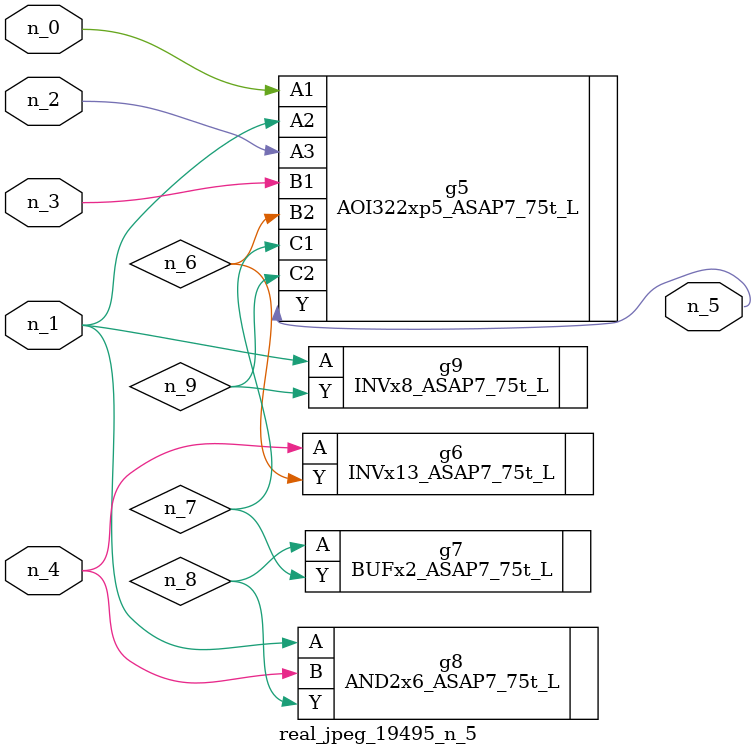
<source format=v>
module real_jpeg_19495_n_5 (n_4, n_0, n_1, n_2, n_3, n_5);

input n_4;
input n_0;
input n_1;
input n_2;
input n_3;

output n_5;

wire n_8;
wire n_6;
wire n_7;
wire n_9;

AOI322xp5_ASAP7_75t_L g5 ( 
.A1(n_0),
.A2(n_1),
.A3(n_2),
.B1(n_3),
.B2(n_6),
.C1(n_7),
.C2(n_9),
.Y(n_5)
);

AND2x6_ASAP7_75t_L g8 ( 
.A(n_1),
.B(n_4),
.Y(n_8)
);

INVx8_ASAP7_75t_L g9 ( 
.A(n_1),
.Y(n_9)
);

INVx13_ASAP7_75t_L g6 ( 
.A(n_4),
.Y(n_6)
);

BUFx2_ASAP7_75t_L g7 ( 
.A(n_8),
.Y(n_7)
);


endmodule
</source>
